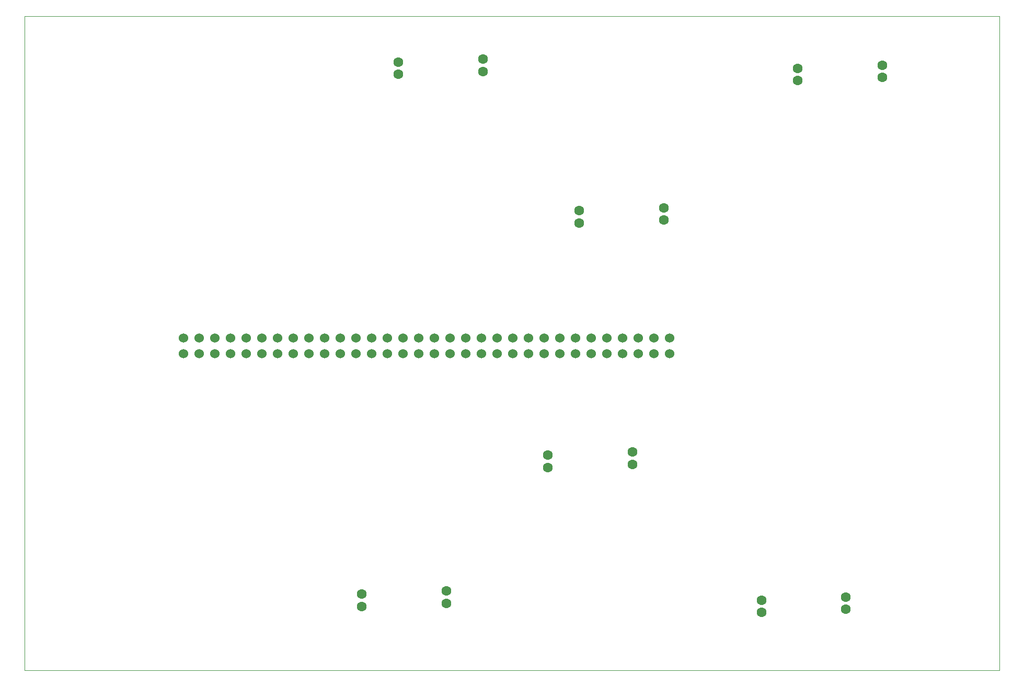
<source format=gbr>
G04 #@! TF.GenerationSoftware,KiCad,Pcbnew,(5.1.2)-2*
G04 #@! TF.CreationDate,2019-09-18T13:02:42-07:00*
G04 #@! TF.ProjectId,Cable Tester Board,4361626c-6520-4546-9573-74657220426f,rev?*
G04 #@! TF.SameCoordinates,Original*
G04 #@! TF.FileFunction,Copper,L2,Bot*
G04 #@! TF.FilePolarity,Positive*
%FSLAX46Y46*%
G04 Gerber Fmt 4.6, Leading zero omitted, Abs format (unit mm)*
G04 Created by KiCad (PCBNEW (5.1.2)-2) date 2019-09-18 13:02:42*
%MOMM*%
%LPD*%
G04 APERTURE LIST*
%ADD10C,0.050000*%
%ADD11C,1.600000*%
%ADD12C,1.524000*%
G04 APERTURE END LIST*
D10*
X27100000Y-29500000D02*
X27100000Y-135500000D01*
X27100000Y-135500000D02*
X185000000Y-135500000D01*
X185000000Y-29500000D02*
X185000000Y-135500000D01*
X27100000Y-29500000D02*
X185000000Y-29500000D01*
D11*
X95450000Y-122600000D03*
X95450000Y-124600000D03*
X81750000Y-123100000D03*
X81750000Y-125100000D03*
X111850000Y-102600000D03*
X111850000Y-100600000D03*
X125550000Y-102100000D03*
X125550000Y-100100000D03*
X160150000Y-123600000D03*
X160150000Y-125600000D03*
X146450000Y-124100000D03*
X146450000Y-126100000D03*
X166050000Y-37400000D03*
X166050000Y-39400000D03*
X152350000Y-37900000D03*
X152350000Y-39900000D03*
X116950000Y-63000000D03*
X116950000Y-61000000D03*
X130650000Y-62500000D03*
X130650000Y-60500000D03*
X101350000Y-36400000D03*
X101350000Y-38400000D03*
X87650000Y-36900000D03*
X87650000Y-38900000D03*
D12*
X52830000Y-81630000D03*
X55370000Y-81630000D03*
X57910000Y-81630000D03*
X60450000Y-81630000D03*
X62990000Y-81630000D03*
X65530000Y-81630000D03*
X68070000Y-81630000D03*
X70610000Y-81630000D03*
X73150000Y-81630000D03*
X75690000Y-81630000D03*
X78230000Y-81630000D03*
X80770000Y-81630000D03*
X83310000Y-81630000D03*
X85850000Y-81630000D03*
X88390000Y-81630000D03*
X90930000Y-81630000D03*
X93470000Y-81630000D03*
X96010000Y-81630000D03*
X98550000Y-81630000D03*
X101090000Y-81630000D03*
X103630000Y-81630000D03*
X106170000Y-81630000D03*
X108710000Y-81630000D03*
X111250000Y-81630000D03*
X113790000Y-81630000D03*
X116330000Y-81630000D03*
X118870000Y-81630000D03*
X121410000Y-81630000D03*
X123950000Y-81630000D03*
X126490000Y-81630000D03*
X129030000Y-81630000D03*
X131570000Y-81630000D03*
X52830000Y-84170000D03*
X55370000Y-84170000D03*
X57910000Y-84170000D03*
X60450000Y-84170000D03*
X62990000Y-84170000D03*
X65530000Y-84170000D03*
X68070000Y-84170000D03*
X70610000Y-84170000D03*
X73150000Y-84170000D03*
X75690000Y-84170000D03*
X78230000Y-84170000D03*
X80770000Y-84170000D03*
X83310000Y-84170000D03*
X85850000Y-84170000D03*
X88390000Y-84170000D03*
X90930000Y-84170000D03*
X93470000Y-84170000D03*
X96010000Y-84170000D03*
X98550000Y-84170000D03*
X101090000Y-84170000D03*
X103630000Y-84170000D03*
X106170000Y-84170000D03*
X108710000Y-84170000D03*
X111250000Y-84170000D03*
X113790000Y-84170000D03*
X116330000Y-84170000D03*
X118870000Y-84170000D03*
X121410000Y-84170000D03*
X123950000Y-84170000D03*
X126490000Y-84170000D03*
X129030000Y-84170000D03*
X131570000Y-84170000D03*
M02*

</source>
